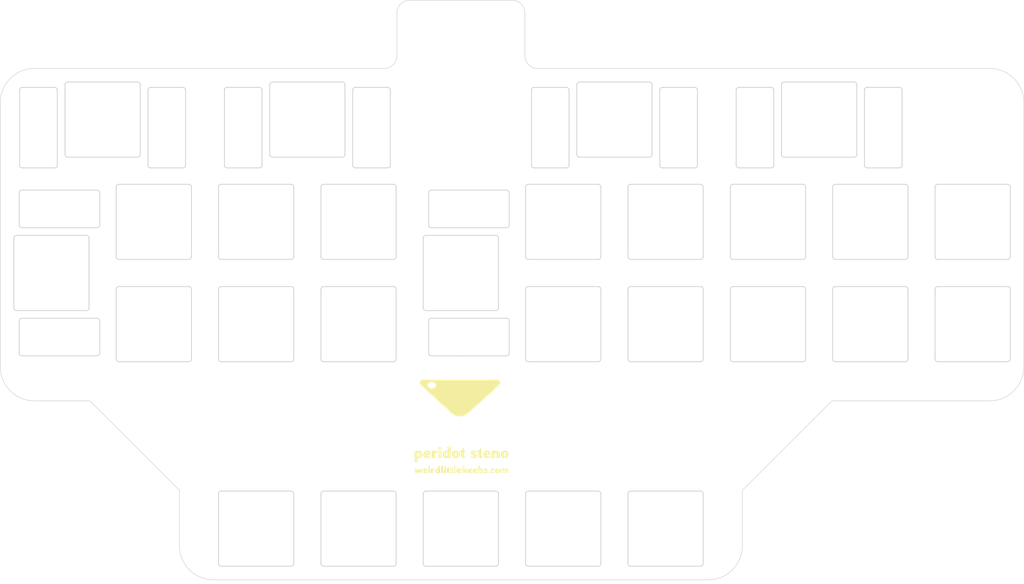
<source format=kicad_pcb>
(kicad_pcb (version 20221018) (generator pcbnew)
  (layers (0 "F.Cu" signal) (31 "B.Cu" signal) (34 "B.Paste" user) (35 "F.Paste" user) (36 "B.SilkS" user "B.Silkscreen") (37 "F.SilkS" user "F.Silkscreen") (38 "B.Mask" user) (39 "F.Mask" user) (44 "Edge.Cuts" user))
  (net 0 "")
  (footprint "MountingHole:MountingHole_2.7mm_M2.5" (layer "F.Cu") (at 95.25 44.45)
    (fp_text reference "H11")
    (fp_text value "MountingHole")
    (pad "" np_thru_hole circle (at 0 0) (size 2.7 2.7) (drill 2.7) (layers "*.Cu" "*.Mask"))
  )
  (footprint "MountingHole:MountingHole_2.7mm_M2.5" (layer "F.Cu") (at 228.6 91.44)
    (fp_text reference "H12")
    (fp_text value "MountingHole")
    (pad "" np_thru_hole circle (at 0 0) (size 2.7 2.7) (drill 2.7) (layers "*.Cu" "*.Mask"))
  )
  (footprint "MountingHole:MountingHole_2.7mm_M2.5" (layer "F.Cu") (at 190.5 44.45)
    (fp_text reference "H3")
    (fp_text value "MountingHole")
    (pad "" np_thru_hole circle (at 0 0) (size 2.7 2.7) (drill 2.7) (layers "*.Cu" "*.Mask"))
  )
  (footprint "MountingHole:MountingHole_2.7mm_M2.5" (layer "F.Cu") (at 114.3 129.54)
    (fp_text reference "H1")
    (fp_text value "MountingHole")
    (pad "" np_thru_hole circle (at 0 0) (size 2.7 2.7) (drill 2.7) (layers "*.Cu" "*.Mask"))
  )
  (footprint "FOOTPRINTS:STENO LOGO M" (layer "F.Cu") (at 142.875 104.775)
    (fp_text reference "G***")
    (fp_text value "LOGO" hide)
  )
  (footprint "MountingHole:MountingHole_2.7mm_M2.5" (layer "F.Cu") (at 80.9625 95.25)
    (fp_text reference "H2")
    (fp_text value "MountingHole")
    (pad "" np_thru_hole circle (at 0 0) (size 2.7 2.7) (drill 2.7) (layers "*.Cu" "*.Mask"))
  )
  (footprint "MountingHole:MountingHole_2.7mm_M2.5" (layer "F.Cu") (at 227.965 44.45)
    (fp_text reference "H9")
    (fp_text value "MountingHole")
    (pad "" np_thru_hole circle (at 0 0) (size 2.7 2.7) (drill 2.7) (layers "*.Cu" "*.Mask"))
  )
  (footprint "MountingHole:MountingHole_2.7mm_M2.5" (layer "F.Cu") (at 142.875 93.472)
    (fp_text reference "H6")
    (fp_text value "MountingHole")
    (pad "" np_thru_hole circle (at 0 0) (size 2.7 2.7) (drill 2.7) (layers "*.Cu" "*.Mask"))
  )
  (footprint "MountingHole:MountingHole_2.7mm_M2.5" (layer "F.Cu") (at 171.45 129.54)
    (fp_text reference "H8")
    (fp_text value "MountingHole")
    (pad "" np_thru_hole circle (at 0 0) (size 2.7 2.7) (drill 2.7) (layers "*.Cu" "*.Mask"))
  )
  (gr_line (start 193.025 60.175) (end 193.025 73.175) (stroke (width 0.15)) (layer "Edge.Cuts"))
  (gr_line (start 193.525 59.675) (end 206.525 59.675) (stroke (width 0.15)) (layer "Edge.Cuts"))
  (gr_arc (start 164.95 54.625) (mid 164.596447 54.478553) (end 164.45 54.125) (stroke (width 0.15)) (layer "Edge.Cuts"))
  (gr_arc (start 226.075 92.225) (mid 225.928553 92.578553) (end 225.575 92.725) (stroke (width 0.15)) (layer "Edge.Cuts"))
  (gr_arc (start 120.8 40.625) (mid 121.153553 40.771447) (end 121.3 41.125) (stroke (width 0.15)) (layer "Edge.Cuts"))
  (gr_line (start 73.81875 100.0125) (end 63.5 100.0125) (stroke (width 0.1)) (layer "Edge.Cuts"))
  (gr_arc (start 111.775 130.325) (mid 111.628553 130.678553) (end 111.275 130.825) (stroke (width 0.15)) (layer "Edge.Cuts"))
  (gr_arc (start 193.525 92.725) (mid 193.171447 92.578553) (end 193.025 92.225) (stroke (width 0.15)) (layer "Edge.Cuts"))
  (gr_arc (start 164.45 41.125) (mid 164.596447 40.771447) (end 164.95 40.625) (stroke (width 0.15)) (layer "Edge.Cuts"))
  (gr_line (start 105.862 42.125) (end 105.862 56.125) (stroke (width 0.15)) (layer "Edge.Cuts"))
  (gr_arc (start 67.262 41.625) (mid 67.615553 41.771447) (end 67.762 42.125) (stroke (width 0.15)) (layer "Edge.Cuts"))
  (gr_line (start 193.525 92.725) (end 206.525 92.725) (stroke (width 0.15)) (layer "Edge.Cuts"))
  (gr_arc (start 117.325 130.825) (mid 116.971447 130.678553) (end 116.825 130.325) (stroke (width 0.15)) (layer "Edge.Cuts"))
  (gr_line (start 98.862 42.125) (end 98.862 56.125) (stroke (width 0.15)) (layer "Edge.Cuts"))
  (gr_arc (start 96.8375 133.35) (mid 92.347372 131.490128) (end 90.4875 127) (stroke (width 0.1)) (layer "Edge.Cuts"))
  (gr_arc (start 105.862 56.125) (mid 105.715553 56.478553) (end 105.362 56.625) (stroke (width 0.15)) (layer "Edge.Cuts"))
  (gr_arc (start 179.888 42.125) (mid 180.034447 41.771447) (end 180.388 41.625) (stroke (width 0.15)) (layer "Edge.Cuts"))
  (gr_line (start 85.138 41.625) (end 91.138 41.625) (stroke (width 0.15)) (layer "Edge.Cuts"))
  (gr_line (start 173.975 79.225) (end 173.975 92.225) (stroke (width 0.15)) (layer "Edge.Cuts"))
  (gr_line (start 193.525 78.725) (end 206.525 78.725) (stroke (width 0.15)) (layer "Edge.Cuts"))
  (gr_arc (start 193.025 60.175) (mid 193.171447 59.821447) (end 193.525 59.675) (stroke (width 0.15)) (layer "Edge.Cuts"))
  (gr_arc (start 200.612 41.625) (mid 200.965553 41.771447) (end 201.112 42.125) (stroke (width 0.15)) (layer "Edge.Cuts"))
  (gr_line (start 241.3 100.0125) (end 211.93125 100.0125) (stroke (width 0.1)) (layer "Edge.Cuts"))
  (gr_line (start 117.325 59.675) (end 130.325 59.675) (stroke (width 0.15)) (layer "Edge.Cuts"))
  (gr_line (start 231.625 92.725) (end 244.625 92.725) (stroke (width 0.15)) (layer "Edge.Cuts"))
  (gr_line (start 187.975 79.225) (end 187.975 92.225) (stroke (width 0.15)) (layer "Edge.Cuts"))
  (gr_arc (start 82.7 40.625) (mid 83.053553 40.771447) (end 83.2 41.125) (stroke (width 0.15)) (layer "Edge.Cuts"))
  (gr_line (start 218.488 41.625) (end 224.488 41.625) (stroke (width 0.15)) (layer "Edge.Cuts"))
  (gr_line (start 179.888 42.125) (end 179.888 56.125) (stroke (width 0.15)) (layer "Edge.Cuts"))
  (gr_arc (start 85.138 56.625) (mid 84.784447 56.478553) (end 84.638 56.125) (stroke (width 0.15)) (layer "Edge.Cuts"))
  (gr_arc (start 247.65 93.6625) (mid 245.790128 98.152628) (end 241.3 100.0125) (stroke (width 0.1)) (layer "Edge.Cuts"))
  (gr_line (start 130.96875 27.78125) (end 130.96875 35.71875) (stroke (width 0.1)) (layer "Edge.Cuts"))
  (gr_line (start 173.975 117.325) (end 173.975 130.325) (stroke (width 0.15)) (layer "Edge.Cuts"))
  (gr_arc (start 98.275 73.675) (mid 97.921447 73.528553) (end 97.775 73.175) (stroke (width 0.15)) (layer "Edge.Cuts"))
  (gr_line (start 60.762 42.125) (end 60.762 56.125) (stroke (width 0.15)) (layer "Edge.Cuts"))
  (gr_arc (start 187.475 59.675) (mid 187.828553 59.821447) (end 187.975 60.175) (stroke (width 0.15)) (layer "Edge.Cuts"))
  (gr_line (start 231.125 60.175) (end 231.125 73.175) (stroke (width 0.15)) (layer "Edge.Cuts"))
  (gr_line (start 164.95 54.625) (end 177.95 54.625) (stroke (width 0.15)) (layer "Edge.Cuts"))
  (gr_arc (start 187.975 73.175) (mid 187.828553 73.528553) (end 187.475 73.675) (stroke (width 0.15)) (layer "Edge.Cuts"))
  (gr_line (start 164.95 40.625) (end 177.95 40.625) (stroke (width 0.15)) (layer "Edge.Cuts"))
  (gr_arc (start 137.375 67.762) (mid 137.021429 67.615556) (end 136.875 67.262) (stroke (width 0.15)) (layer "Edge.Cuts"))
  (gr_arc (start 212.075 79.225) (mid 212.221447 78.871447) (end 212.575 78.725) (stroke (width 0.15)) (layer "Edge.Cuts"))
  (gr_arc (start 91.638 56.125) (mid 91.491553 56.478553) (end 91.138 56.625) (stroke (width 0.15)) (layer "Edge.Cuts"))
  (gr_line (start 218.488 56.625) (end 224.488 56.625) (stroke (width 0.15)) (layer "Edge.Cuts"))
  (gr_line (start 116.825 79.225) (end 116.825 92.225) (stroke (width 0.15)) (layer "Edge.Cuts"))
  (gr_arc (start 130.96875 35.71875) (mid 130.271298 37.402548) (end 128.5875 38.1) (stroke (width 0.1)) (layer "Edge.Cuts"))
  (gr_line (start 60.175 69.2) (end 73.175 69.2) (stroke (width 0.15)) (layer "Edge.Cuts"))
  (gr_arc (start 111.275 78.725) (mid 111.628553 78.871447) (end 111.775 79.225) (stroke (width 0.15)) (layer "Edge.Cuts"))
  (gr_arc (start 123.238 56.625) (mid 122.884447 56.478553) (end 122.738 56.125) (stroke (width 0.15)) (layer "Edge.Cuts"))
  (gr_arc (start 207.025 73.175) (mid 206.878553 73.528553) (end 206.525 73.675) (stroke (width 0.15)) (layer "Edge.Cuts"))
  (gr_arc (start 226.075 73.175) (mid 225.928553 73.528553) (end 225.575 73.675) (stroke (width 0.15)) (layer "Edge.Cuts"))
  (gr_line (start 194.612 41.625) (end 200.612 41.625) (stroke (width 0.15)) (layer "Edge.Cuts"))
  (gr_line (start 201.112 42.125) (end 201.112 56.125) (stroke (width 0.15)) (layer "Edge.Cuts"))
  (gr_line (start 61.175 91.638) (end 75.175 91.638) (stroke (width 0.15)) (layer "Edge.Cuts"))
  (gr_line (start 212.075 79.225) (end 212.075 92.225) (stroke (width 0.15)) (layer "Edge.Cuts"))
  (gr_arc (start 149.875 130.325) (mid 149.728553 130.678553) (end 149.375 130.825) (stroke (width 0.15)) (layer "Edge.Cuts"))
  (gr_line (start 91.638 42.125) (end 91.638 56.125) (stroke (width 0.15)) (layer "Edge.Cuts"))
  (gr_line (start 211.93125 100.0125) (end 195.2625 116.68125) (stroke (width 0.1)) (layer "Edge.Cuts"))
  (gr_line (start 154.78125 27.78125) (end 154.78125 35.71875) (stroke (width 0.1)) (layer "Edge.Cuts"))
  (gr_line (start 123.238 56.625) (end 129.238 56.625) (stroke (width 0.15)) (layer "Edge.Cuts"))
  (gr_line (start 202.55 41.125) (end 202.55 54.125) (stroke (width 0.15)) (layer "Edge.Cuts"))
  (gr_line (start 212.575 78.725) (end 225.575 78.725) (stroke (width 0.15)) (layer "Edge.Cuts"))
  (gr_line (start 226.075 60.175) (end 226.075 73.175) (stroke (width 0.15)) (layer "Edge.Cuts"))
  (gr_line (start 92.725 60.175) (end 92.725 73.175) (stroke (width 0.15)) (layer "Edge.Cuts"))
  (gr_arc (start 156.512 56.625) (mid 156.158447 56.478553) (end 156.012 56.125) (stroke (width 0.15)) (layer "Edge.Cuts"))
  (gr_line (start 79.225 92.725) (end 92.225 92.725) (stroke (width 0.15)) (layer "Edge.Cuts"))
  (gr_line (start 129.738 42.125) (end 129.738 56.125) (stroke (width 0.15)) (layer "Edge.Cuts"))
  (gr_arc (start 225.575 59.675) (mid 225.928553 59.821447) (end 226.075 60.175) (stroke (width 0.15)) (layer "Edge.Cuts"))
  (gr_arc (start 92.225 78.725) (mid 92.578553 78.871447) (end 92.725 79.225) (stroke (width 0.15)) (layer "Edge.Cuts"))
  (gr_line (start 130.825 60.175) (end 130.825 73.175) (stroke (width 0.15)) (layer "Edge.Cuts"))
  (gr_line (start 155.425 92.725) (end 168.425 92.725) (stroke (width 0.15)) (layer "Edge.Cuts"))
  (gr_line (start 203.05 54.625) (end 216.05 54.625) (stroke (width 0.15)) (layer "Edge.Cuts"))
  (gr_line (start 98.275 73.675) (end 111.275 73.675) (stroke (width 0.15)) (layer "Edge.Cuts"))
  (gr_line (start 187.975 117.325) (end 187.975 130.325) (stroke (width 0.15)) (layer "Edge.Cuts"))
  (gr_line (start 128.5875 38.1) (end 63.5 38.1) (stroke (width 0.1)) (layer "Edge.Cuts"))
  (gr_arc (start 130.325 78.725) (mid 130.678553 78.871447) (end 130.825 79.225) (stroke (width 0.15)) (layer "Edge.Cuts"))
  (gr_arc (start 60.175 83.2) (mid 59.821429 83.053556) (end 59.675 82.7) (stroke (width 0.15)) (layer "Edge.Cuts"))
  (gr_arc (start 151.875 91.138) (mid 151.728536 91.491521) (end 151.375 91.638) (stroke (width 0.15)) (layer "Edge.Cuts"))
  (gr_arc (start 207.025 92.225) (mid 206.878553 92.578553) (end 206.525 92.725) (stroke (width 0.15)) (layer "Edge.Cuts"))
  (gr_arc (start 98.275 130.825) (mid 97.921447 130.678553) (end 97.775 130.325) (stroke (width 0.15)) (layer "Edge.Cuts"))
  (gr_line (start 217.988 42.125) (end 217.988 56.125) (stroke (width 0.15)) (layer "Edge.Cuts"))
  (gr_arc (start 212.075 60.175) (mid 212.221447 59.821447) (end 212.575 59.675) (stroke (width 0.15)) (layer "Edge.Cuts"))
  (gr_arc (start 117.325 73.675) (mid 116.971447 73.528553) (end 116.825 73.175) (stroke (width 0.15)) (layer "Edge.Cuts"))
  (gr_line (start 231.125 79.225) (end 231.125 92.225) (stroke (width 0.15)) (layer "Edge.Cuts"))
  (gr_line (start 59.675 82.7) (end 59.675 69.7) (stroke (width 0.15)) (layer "Edge.Cuts"))
  (gr_line (start 193.025 79.225) (end 193.025 92.225) (stroke (width 0.15)) (layer "Edge.Cuts"))
  (gr_arc (start 130.825 92.225) (mid 130.678553 92.578553) (end 130.325 92.725) (stroke (width 0.15)) (layer "Edge.Cuts"))
  (gr_arc (start 111.775 92.225) (mid 111.628553 92.578553) (end 111.275 92.725) (stroke (width 0.15)) (layer "Edge.Cuts"))
  (gr_arc (start 157.1625 38.1) (mid 155.478702 37.402548) (end 154.78125 35.71875) (stroke (width 0.1)) (layer "Edge.Cuts"))
  (gr_line (start 216.55 41.125) (end 216.55 54.125) (stroke (width 0.15)) (layer "Edge.Cuts"))
  (gr_line (start 122.738 42.125) (end 122.738 56.125) (stroke (width 0.15)) (layer "Edge.Cuts"))
  (gr_arc (start 206.525 59.675) (mid 206.878553 59.821447) (end 207.025 60.175) (stroke (width 0.15)) (layer "Edge.Cuts"))
  (gr_arc (start 60.675 85.138) (mid 60.821464 84.784479) (end 61.175 84.638) (stroke (width 0.15)) (layer "Edge.Cuts"))
  (gr_line (start 174.475 92.725) (end 187.475 92.725) (stroke (width 0.15)) (layer "Edge.Cuts"))
  (gr_line (start 156.012 42.125) (end 156.012 56.125) (stroke (width 0.15)) (layer "Edge.Cuts"))
  (gr_arc (start 163.012 56.125) (mid 162.865553 56.478553) (end 162.512 56.625) (stroke (width 0.15)) (layer "Edge.Cuts"))
  (gr_arc (start 116.825 117.325) (mid 116.971447 116.971447) (end 117.325 116.825) (stroke (width 0.15)) (layer "Edge.Cuts"))
  (gr_line (start 99.362 56.625) (end 105.362 56.625) (stroke (width 0.15)) (layer "Edge.Cuts"))
  (gr_line (start 123.238 41.625) (end 129.238 41.625) (stroke (width 0.15)) (layer "Edge.Cuts"))
  (gr_line (start 226.075 79.225) (end 226.075 92.225) (stroke (width 0.15)) (layer "Edge.Cuts"))
  (gr_arc (start 194.612 56.625) (mid 194.258447 56.478553) (end 194.112 56.125) (stroke (width 0.15)) (layer "Edge.Cuts"))
  (gr_arc (start 137.375 91.638) (mid 137.021429 91.491556) (end 136.875 91.138) (stroke (width 0.15)) (layer "Edge.Cuts"))
  (gr_arc (start 69.7 54.625) (mid 69.346447 54.478553) (end 69.2 54.125) (stroke (width 0.15)) (layer "Edge.Cuts"))
  (gr_arc (start 61.175 91.638) (mid 60.821429 91.491556) (end 60.675 91.138) (stroke (width 0.15)) (layer "Edge.Cuts"))
  (gr_line (start 116.825 60.175) (end 116.825 73.175) (stroke (width 0.15)) (layer "Edge.Cuts"))
  (gr_line (start 245.125 79.225) (end 245.125 92.225) (stroke (width 0.15)) (layer "Edge.Cuts"))
  (gr_line (start 111.775 117.325) (end 111.775 130.325) (stroke (width 0.15)) (layer "Edge.Cuts"))
  (gr_arc (start 91.138 41.625) (mid 91.491553 41.771447) (end 91.638 42.125) (stroke (width 0.15)) (layer "Edge.Cuts"))
  (gr_arc (start 217.988 42.125) (mid 218.134447 41.771447) (end 218.488 41.625) (stroke (width 0.15)) (layer "Edge.Cuts"))
  (gr_arc (start 105.362 41.625) (mid 105.715553 41.771447) (end 105.862 42.125) (stroke (width 0.15)) (layer "Edge.Cuts"))
  (gr_line (start 187.975 60.175) (end 187.975 73.175) (stroke (width 0.15)) (layer "Edge.Cuts"))
  (gr_arc (start 231.125 79.225) (mid 231.271447 78.871447) (end 231.625 78.725) (stroke (width 0.15)) (layer "Edge.Cuts"))
  (gr_arc (start 59.675 69.7) (mid 59.821464 69.346479) (end 60.175 69.2) (stroke (width 0.15)) (layer "Edge.Cuts"))
  (gr_line (start 136.875 91.138) (end 136.875 85.138) (stroke (width 0.15)) (layer "Edge.Cuts"))
  (gr_arc (start 135.875 69.7) (mid 136.021464 69.346479) (end 136.375 69.2) (stroke (width 0.15)) (layer "Edge.Cuts"))
  (gr_line (start 121.3 41.125) (end 121.3 54.125) (stroke (width 0.15)) (layer "Edge.Cuts"))
  (gr_arc (start 154.925 79.225) (mid 155.071447 78.871447) (end 155.425 78.725) (stroke (width 0.15)) (layer "Edge.Cuts"))
  (gr_line (start 224.988 42.125) (end 224.988 56.125) (stroke (width 0.15)) (layer "Edge.Cuts"))
  (gr_arc (start 155.425 92.725) (mid 155.071447 92.578553) (end 154.925 92.225) (stroke (width 0.15)) (layer "Edge.Cuts"))
  (gr_line (start 116.825 117.325) (end 116.825 130.325) (stroke (width 0.15)) (layer "Edge.Cuts"))
  (gr_line (start 78.725 60.175) (end 78.725 73.175) (stroke (width 0.15)) (layer "Edge.Cuts"))
  (gr_arc (start 121.3 54.125) (mid 121.153553 54.478553) (end 120.8 54.625) (stroke (width 0.15)) (layer "Edge.Cuts"))
  (gr_arc (start 97.775 117.325) (mid 97.921447 116.971447) (end 98.275 116.825) (stroke (width 0.15)) (layer "Edge.Cuts"))
  (gr_arc (start 75.175 60.762) (mid 75.528571 60.908444) (end 75.675 61.262) (stroke (width 0.15)) (layer "Edge.Cuts"))
  (gr_line (start 136.375 116.825) (end 149.375 116.825) (stroke (width 0.15)) (layer "Edge.Cuts"))
  (gr_line (start 151.875 91.138) (end 151.875 85.138) (stroke (width 0.15)) (layer "Edge.Cuts"))
  (gr_line (start 69.7 40.625) (end 82.7 40.625) (stroke (width 0.15)) (layer "Edge.Cuts"))
  (gr_line (start 193.525 73.675) (end 206.525 73.675) (stroke (width 0.15)) (layer "Edge.Cuts"))
  (gr_arc (start 180.388 56.625) (mid 180.034447 56.478553) (end 179.888 56.125) (stroke (width 0.15)) (layer "Edge.Cuts"))
  (gr_line (start 155.425 116.825) (end 168.425 116.825) (stroke (width 0.15)) (layer "Edge.Cuts"))
  (gr_line (start 155.425 59.675) (end 168.425 59.675) (stroke (width 0.15)) (layer "Edge.Cuts"))
  (gr_line (start 61.262 56.625) (end 67.262 56.625) (stroke (width 0.15)) (layer "Edge.Cuts"))
  (gr_line (start 133.35 25.4) (end 152.4 25.4) (stroke (width 0.1)) (layer "Edge.Cuts"))
  (gr_arc (start 61.175 67.762) (mid 60.821429 67.615556) (end 60.675 67.262) (stroke (width 0.15)) (layer "Edge.Cuts"))
  (gr_arc (start 187.475 116.825) (mid 187.828553 116.971447) (end 187.975 117.325) (stroke (width 0.15)) (layer "Edge.Cuts"))
  (gr_arc (start 231.625 92.725) (mid 231.271447 92.578553) (end 231.125 92.225) (stroke (width 0.15)) (layer "Edge.Cuts"))
  (gr_arc (start 122.738 42.125) (mid 122.884447 41.771447) (end 123.238 41.625) (stroke (width 0.15)) (layer "Edge.Cuts"))
  (gr_line (start 92.725 79.225) (end 92.725 92.225) (stroke (width 0.15)) (layer "Edge.Cuts"))
  (gr_line (start 85.138 56.625) (end 91.138 56.625) (stroke (width 0.15)) (layer "Edge.Cuts"))
  (gr_line (start 79.225 78.725) (end 92.225 78.725) (stroke (width 0.15)) (layer "Edge.Cuts"))
  (gr_arc (start 194.112 42.125) (mid 194.258447 41.771447) (end 194.612 41.625) (stroke (width 0.15)) (layer "Edge.Cuts"))
  (gr_line (start 75.675 67.262) (end 75.675 61.262) (stroke (width 0.15)) (layer "Edge.Cuts"))
  (gr_arc (start 224.488 41.625) (mid 224.841553 41.771447) (end 224.988 42.125) (stroke (width 0.15)) (layer "Edge.Cuts"))
  (gr_line (start 154.925 117.325) (end 154.925 130.325) (stroke (width 0.15)) (layer "Edge.Cuts"))
  (gr_arc (start 187.475 78.725) (mid 187.828553 78.871447) (end 187.975 79.225) (stroke (width 0.15)) (layer "Edge.Cuts"))
  (gr_line (start 174.475 130.825) (end 187.475 130.825) (stroke (width 0.15)) (layer "Edge.Cuts"))
  (gr_line (start 130.825 79.225) (end 130.825 92.225) (stroke (width 0.15)) (layer "Edge.Cuts"))
  (gr_arc (start 206.525 78.725) (mid 206.878553 78.871447) (end 207.025 79.225) (stroke (width 0.15)) (layer "Edge.Cuts"))
  (gr_arc (start 187.975 92.225) (mid 187.828553 92.578553) (end 187.475 92.725) (stroke (width 0.15)) (layer "Edge.Cuts"))
  (gr_arc (start 136.875 85.138) (mid 137.021464 84.784479) (end 137.375 84.638) (stroke (width 0.15)) (layer "Edge.Cuts"))
  (gr_arc (start 174.475 130.825) (mid 174.121447 130.678553) (end 173.975 130.325) (stroke (width 0.15)) (layer "Edge.Cuts"))
  (gr_line (start 212.575 59.675) (end 225.575 59.675) (stroke (width 0.15)) (layer "Edge.Cuts"))
  (gr_line (start 97.775 117.325) (end 97.775 130.325) (stroke (width 0.15)) (layer "Edge.Cuts"))
  (gr_arc (start 173.975 117.325) (mid 174.121447 116.971447) (end 174.475 116.825) (stroke (width 0.15)) (layer "Edge.Cuts"))
  (gr_arc (start 83.2 54.125) (mid 83.053553 54.478553) (end 82.7 54.625) (stroke (width 0.15)) (layer "Edge.Cuts"))
  (gr_line (start 99.362 41.625) (end 105.362 41.625) (stroke (width 0.15)) (layer "Edge.Cuts"))
  (gr_arc (start 149.375 116.825) (mid 149.728553 116.971447) (end 149.875 117.325) (stroke (width 0.15)) (layer "Edge.Cuts"))
  (gr_line (start 212.575 73.675) (end 225.575 73.675) (stroke (width 0.15)) (layer "Edge.Cuts"))
  (gr_arc (start 60.762 42.125) (mid 60.908447 41.771447) (end 61.262 41.625) (stroke (width 0.15)) (layer "Edge.Cuts"))
  (gr_arc (start 79.225 92.725) (mid 78.871447 92.578553) (end 78.725 92.225) (stroke (width 0.15)) (layer "Edge.Cuts"))
  (gr_line (start 117.325 92.725) (end 130.325 92.725) (stroke (width 0.15)) (layer "Edge.Cuts"))
  (gr_line (start 111.775 60.175) (end 111.775 73.175) (stroke (width 0.15)) (layer "Edge.Cuts"))
  (gr_line (start 178.45 41.125) (end 178.45 54.125) (stroke (width 0.15)) (layer "Edge.Cuts"))
  (gr_arc (start 107.3 41.125) (mid 107.446447 40.771447) (end 107.8 40.625) (stroke (width 0.15)) (layer "Edge.Cuts"))
  (gr_line (start 136.375 130.825) (end 149.375 130.825) (stroke (width 0.15)) (layer "Edge.Cuts"))
  (gr_line (start 173.975 60.175) (end 173.975 73.175) (stroke (width 0.15)) (layer "Edge.Cuts"))
  (gr_arc (start 155.425 130.825) (mid 155.071447 130.678553) (end 154.925 130.325) (stroke (width 0.15)) (layer "Edge.Cuts"))
  (gr_line (start 194.612 56.625) (end 200.612 56.625) (stroke (width 0.15)) (layer "Edge.Cuts"))
  (gr_arc (start 98.275 92.725) (mid 97.921447 92.578553) (end 97.775 92.225) (stroke (width 0.15)) (layer "Edge.Cuts"))
  (gr_line (start 168.925 60.175) (end 168.925 73.175) (stroke (width 0.15)) (layer "Edge.Cuts"))
  (gr_arc (start 63.5 100.0125) (mid 59.009872 98.152628) (end 57.15 93.6625) (stroke (width 0.1)) (layer "Edge.Cuts"))
  (gr_line (start 247.65 44.45) (end 247.65 93.6625) (stroke (width 0.1)) (layer "Edge.Cuts"))
  (gr_arc (start 168.425 59.675) (mid 168.778553 59.821447) (end 168.925 60.175) (stroke (width 0.15)) (layer "Edge.Cuts"))
  (gr_line (start 107.3 41.125) (end 107.3 54.125) (stroke (width 0.15)) (layer "Edge.Cuts"))
  (gr_arc (start 79.225 73.675) (mid 78.871447 73.528553) (end 78.725 73.175) (stroke (width 0.15)) (layer "Edge.Cuts"))
  (gr_arc (start 130.96875 27.78125) (mid 131.66622 26.097484) (end 133.35 25.4) (stroke (width 0.1)) (layer "Edge.Cuts"))
  (gr_line (start 186.888 42.125) (end 186.888 56.125) (stroke (width 0.15)) (layer "Edge.Cuts"))
  (gr_arc (start 75.175 84.638) (mid 75.528571 84.784444) (end 75.675 85.138) (stroke (width 0.15)) (layer "Edge.Cuts"))
  (gr_line (start 130.825 117.325) (end 130.825 130.325) (stroke (width 0.15)) (layer "Edge.Cuts"))
  (gr_arc (start 78.725 79.225) (mid 78.871447 78.871447) (end 79.225 78.725) (stroke (width 0.15)) (layer "Edge.Cuts"))
  (gr_line (start 57.15 93.6625) (end 57.15 44.45) (stroke (width 0.1)) (layer "Edge.Cuts"))
  (gr_arc (start 60.675 61.262) (mid 60.821464 60.908479) (end 61.175 60.762) (stroke (width 0.15)) (layer "Edge.Cuts"))
  (gr_line (start 79.225 59.675) (end 92.225 59.675) (stroke (width 0.15)) (layer "Edge.Cuts"))
  (gr_line (start 168.925 79.225) (end 168.925 92.225) (stroke (width 0.15)) (layer "Edge.Cuts"))
  (gr_arc (start 168.425 116.825) (mid 168.778553 116.971447) (end 168.925 117.325) (stroke (width 0.15)) (layer "Edge.Cuts"))
  (gr_line (start 149.875 82.7) (end 149.875 69.7) (stroke (width 0.15)) (layer "Edge.Cuts"))
  (gr_line (start 107.8 54.625) (end 120.8 54.625) (stroke (width 0.15)) (layer "Edge.Cuts"))
  (gr_line (start 61.175 67.762) (end 75.175 67.762) (stroke (width 0.15)) (layer "Edge.Cuts"))
  (gr_arc (start 231.125 60.175) (mid 231.271447 59.821447) (end 231.625 59.675) (stroke (width 0.15)) (layer "Edge.Cuts"))
  (gr_arc (start 136.375 83.2) (mid 136.021429 83.053556) (end 135.875 82.7) (stroke (width 0.15)) (layer "Edge.Cuts"))
  (gr_arc (start 117.325 92.725) (mid 116.971447 92.578553) (end 116.825 92.225) (stroke (width 0.15)) (layer "Edge.Cuts"))
  (gr_line (start 111.775 79.225) (end 111.775 92.225) (stroke (width 0.15)) (layer "Edge.Cuts"))
  (gr_arc (start 156.012 42.125) (mid 156.158447 41.771447) (end 156.512 41.625) (stroke (width 0.15)) (layer "Edge.Cuts"))
  (gr_line (start 136.875 67.262) (end 136.875 61.262) (stroke (width 0.15)) (layer "Edge.Cuts"))
  (gr_line (start 117.325 78.725) (end 130.325 78.725) (stroke (width 0.15)) (layer "Edge.Cuts"))
  (gr_line (start 73.675 82.7) (end 73.675 69.7) (stroke (width 0.15)) (layer "Edge.Cuts"))
  (gr_line (start 137.375 67.762) (end 151.375 67.762) (stroke (width 0.15)) (layer "Edge.Cuts"))
  (gr_line (start 168.925 117.325) (end 168.925 130.325) (stroke (width 0.15)) (layer "Edge.Cuts"))
  (gr_line (start 60.675 91.138) (end 60.675 85.138) (stroke (width 0.15)) (layer "Edge.Cuts"))
  (gr_arc (start 107.8 54.625) (mid 107.446447 54.478553) (end 107.3 54.125) (stroke (width 0.15)) (layer "Edge.Cuts"))
  (gr_arc (start 97.775 60.175) (mid 97.921447 59.821447) (end 98.275 59.675) (stroke (width 0.15)) (layer "Edge.Cuts"))
  (gr_line (start 155.425 78.725) (end 168.425 78.725) (stroke (width 0.15)) (layer "Edge.Cuts"))
  (gr_arc (start 241.3 38.1) (mid 245.790128 39.959872) (end 247.65 44.45) (stroke (width 0.1)) (layer "Edge.Cuts"))
  (gr_arc (start 178.45 54.125) (mid 178.303553 54.478553) (end 177.95 54.625) (stroke (width 0.15)) (layer "Edge.Cuts"))
  (gr_arc (start 218.488 56.625) (mid 218.134447 56.478553) (end 217.988 56.125) (stroke (width 0.15)) (layer "Edge.Cuts"))
  (gr_arc (start 75.675 67.262) (mid 75.528536 67.615521) (end 75.175 67.762) (stroke (width 0.15)) (layer "Edge.Cuts"))
  (gr_line (start 231.625 59.675) (end 244.625 59.675) (stroke (width 0.15)) (layer "Edge.Cuts"))
  (gr_line (start 174.475 116.825) (end 187.475 116.825) (stroke (width 0.15)) (layer "Edge.Cuts"))
  (gr_line (start 157.1625 38.1) (end 241.3 38.1) (stroke (width 0.1)) (layer "Edge.Cuts"))
  (gr_line (start 245.125 60.175) (end 245.125 73.175) (stroke (width 0.15)) (layer "Edge.Cuts"))
  (gr_line (start 98.275 130.825) (end 111.275 130.825) (stroke (width 0.15)) (layer "Edge.Cuts"))
  (gr_arc (start 130.825 73.175) (mid 130.678553 73.528553) (end 130.325 73.675) (stroke (width 0.15)) (layer "Edge.Cuts"))
  (gr_line (start 135.875 82.7) (end 135.875 69.7) (stroke (width 0.15)) (layer "Edge.Cuts"))
  (gr_arc (start 193.525 73.675) (mid 193.171447 73.528553) (end 193.025 73.175) (stroke (width 0.15)) (layer "Edge.Cuts"))
  (gr_arc (start 193.025 79.225) (mid 193.171447 78.871447) (end 193.525 78.725) (stroke (width 0.15)) (layer "Edge.Cuts"))
  (gr_line (start 117.325 73.675) (end 130.325 73.675) (stroke (width 0.15)) (layer "Edge.Cuts"))
  (gr_arc (start 116.825 60.175) (mid 116.971447 59.821447) (end 117.325 59.675) (stroke (width 0.15)) (layer "Edge.Cuts"))
  (gr_line (start 155.425 73.675) (end 168.425 73.675) (stroke (width 0.15)) (layer "Edge.Cuts"))
  (gr_arc (start 174.475 73.675) (mid 174.121447 73.528553) (end 173.975 73.175) (stroke (width 0.15)) (layer "Edge.Cuts"))
  (gr_arc (start 245.125 73.175) (mid 244.978553 73.528553) (end 244.625 73.675) (stroke (width 0.15)) (layer "Edge.Cuts"))
  (gr_arc (start 149.375 69.2) (mid 149.728571 69.346444) (end 149.875 69.7) (stroke (width 0.15)) (layer "Edge.Cuts"))
  (gr_line (start 212.075 60.175) (end 212.075 73.175) (stroke (width 0.15)) (layer "Edge.Cuts"))
  (gr_arc (start 136.375 130.825) (mid 136.021447 130.678553) (end 135.875 130.325) (stroke (width 0.15)) (layer "Edge.Cuts"))
  (gr_line (start 164.45 41.125) (end 164.45 54.125) (stroke (width 0.15)) (layer "Edge.Cuts"))
  (gr_line (start 149.875 117.325) (end 149.875 130.325) (stroke (width 0.15)) (layer "Edge.Cuts"))
  (gr_line (start 90.4875 116.68125) (end 90.4875 127) (stroke (width 0.1)) (layer "Edge.Cuts"))
  (gr_arc (start 152.4 25.4) (mid 154.083816 26.097449) (end 154.78125 27.78125) (stroke (width 0.1)) (layer "Edge.Cuts"))
  (gr_line (start 195.2625 127) (end 195.2625 116.68125) (stroke (width 0.1)) (layer "Edge.Cuts"))
  (gr_arc (start 111.775 73.175) (mid 111.628553 73.528553) (end 111.275 73.675) (stroke (width 0.15)) (layer "Edge.Cuts"))
  (gr_line (start 231.625 73.675) (end 244.625 73.675) (stroke (width 0.15)) (layer "Edge.Cuts"))
  (gr_line (start 60.175 83.2) (end 73.175 83.2) (stroke (width 0.15)) (layer "Edge.Cuts"))
  (gr_line (start 136.375 69.2) (end 149.375 69.2) (stroke (width 0.15)) (layer "Edge.Cuts"))
  (gr_line (start 174.475 78.725) (end 187.475 78.725) (stroke (width 0.15)) (layer "Edge.Cuts"))
  (gr_arc (start 69.2 41.125) (mid 69.346447 40.771447) (end 69.7 40.625) (stroke (width 0.15)) (layer "Edge.Cuts"))
  (gr_arc (start 186.388 41.625) (mid 186.741553 41.771447) (end 186.888 42.125) (stroke (width 0.15)) (layer "Edge.Cuts"))
  (gr_line (start 78.725 79.225) (end 78.725 92.225) (stroke (width 0.15)) (layer "Edge.Cuts"))
  (gr_line (start 98.275 116.825) (end 111.275 116.825) (stroke (width 0.15)) (layer "Edge.Cuts"))
  (gr_arc (start 130.325 59.675) (mid 130.678553 59.821447) (end 130.825 60.175) (stroke (width 0.15)) (layer "Edge.Cuts"))
  (gr_line (start 180.388 41.625) (end 186.388 41.625) (stroke (width 0.15)) (layer "Edge.Cuts"))
  (gr_line (start 73.81875 100.0125) (end 90.4875 116.68125) (stroke (width 0.1)) (layer "Edge.Cuts"))
  (gr_line (start 231.625 78.725) (end 244.625 78.725) (stroke (width 0.15)) (layer "Edge.Cuts"))
  (gr_line (start 98.275 78.725) (end 111.275 78.725) (stroke (width 0.15)) (layer "Edge.Cuts"))
  (gr_arc (start 168.925 130.325) (mid 168.778553 130.678553) (end 168.425 130.825) (stroke (width 0.15)) (layer "Edge.Cuts"))
  (gr_arc (start 203.05 54.625) (mid 202.696447 54.478553) (end 202.55 54.125) (stroke (width 0.15)) (layer "Edge.Cuts"))
  (gr_arc (start 162.512 41.625) (mid 162.865553 41.771447) (end 163.012 42.125) (stroke (width 0.15)) (layer "Edge.Cuts"))
  (gr_line (start 212.575 92.725) (end 225.575 92.725) (stroke (width 0.15)) (layer "Edge.Cuts"))
  (gr_arc (start 174.475 92.725) (mid 174.121447 92.578553) (end 173.975 92.225) (stroke (width 0.15)) (layer "Edge.Cuts"))
  (gr_line (start 137.375 91.638) (end 151.375 91.638) (stroke (width 0.15)) (layer "Edge.Cuts"))
  (gr_line (start 137.375 84.638) (end 151.375 84.638) (stroke (width 0.15)) (layer "Edge.Cuts"))
  (gr_arc (start 78.725 60.175) (mid 78.871447 59.821447) (end 79.225 59.675) (stroke (width 0.15)) (layer "Edge.Cuts"))
  (gr_arc (start 151.875 67.262) (mid 151.728536 67.615521) (end 151.375 67.762) (stroke (width 0.15)) (layer "Edge.Cuts"))
  (gr_arc (start 244.625 59.675) (mid 244.978553 59.821447) (end 245.125 60.175) (stroke (width 0.15)) (layer "Edge.Cuts"))
  (gr_arc (start 111.275 59.675) (mid 111.628553 59.821447) (end 111.775 60.175) (stroke (width 0.15)) (layer "Edge.Cuts"))
  (gr_line (start 117.325 130.825) (end 130.325 130.825) (stroke (width 0.15)) (layer "Edge.Cuts"))
  (gr_line (start 61.262 41.625) (end 67.262 41.625) (stroke (width 0.15)) (layer "Edge.Cuts"))
  (gr_line (start 107.8 40.625) (end 120.8 40.625) (stroke (width 0.15)) (layer "Edge.Cuts"))
  (gr_line (start 69.7 54.625) (end 82.7 54.625) (stroke (width 0.15)) (layer "Edge.Cuts"))
  (gr_arc (start 177.95 40.625) (mid 178.303553 40.771447) (end 178.45 41.125) (stroke (width 0.15)) (layer "Edge.Cuts"))
  (gr_line (start 83.2 41.125) (end 83.2 54.125) (stroke (width 0.15)) (layer "Edge.Cuts"))
  (gr_arc (start 245.125 92.225) (mid 244.978553 92.578553) (end 244.625 92.725) (stroke (width 0.15)) (layer "Edge.Cuts"))
  (gr_line (start 67.762 42.125) (end 67.762 56.125) (stroke (width 0.15)) (layer "Edge.Cuts"))
  (gr_arc (start 136.875 61.262) (mid 137.021464 60.908479) (end 137.375 60.762) (stroke (width 0.15)) (layer "Edge.Cuts"))
  (gr_arc (start 129.238 41.625) (mid 129.591553 41.771447) (end 129.738 42.125) (stroke (width 0.15)) (layer "Edge.Cuts"))
  (gr_line (start 117.325 116.825) (end 130.325 116.825) (stroke (width 0.15)) (layer "Edge.Cuts"))
  (gr_arc (start 212.575 73.675) (mid 212.221447 73.528553) (end 212.075 73.175) (stroke (width 0.15)) (layer "Edge.Cuts"))
  (gr_line (start 174.475 73.675) (end 187.475 73.675) (stroke (width 0.15)) (layer "Edge.Cuts"))
  (gr_arc (start 168.425 78.725) (mid 168.778553 78.871447) (end 168.925 79.225) (stroke (width 0.15)) (layer "Edge.Cuts"))
  (gr_line (start 79.225 73.675) (end 92.225 73.675) (stroke (width 0.15)) (layer "Edge.Cuts"))
  (gr_line (start 135.875 117.325) (end 135.875 130.325) (stroke (width 0.15)) (layer "Edge.Cuts"))
  (gr_arc (start 173.975 60.175) (mid 174.121447 59.821447) (end 174.475 59.675) (stroke (width 0.15)) (layer "Edge.Cuts"))
  (gr_arc (start 151.375 60.762) (mid 151.728571 60.908444) (end 151.875 61.262) (stroke (width 0.15)) (layer "Edge.Cuts"))
  (gr_arc (start 187.975 130.325) (mid 187.828553 130.678553) (end 187.475 130.825) (stroke (width 0.15)) (layer "Edge.Cuts"))
  (gr_arc (start 92.225 59.675) (mid 92.578553 59.821447) (end 92.725 60.175) (stroke (width 0.15)) (layer "Edge.Cuts"))
  (gr_line (start 151.875 67.262) (end 151.875 61.262) (stroke (width 0.15)) (layer "Edge.Cuts"))
  (gr_line (start 137.375 60.762) (end 151.375 60.762) (stroke (width 0.15)) (layer "Edge.Cuts"))
  (gr_arc (start 195.2625 127) (mid 193.402628 131.490128) (end 188.9125 133.35) (stroke (width 0.1)) (layer "Edge.Cuts"))
  (gr_line (start 69.2 41.125) (end 69.2 54.125) (stroke (width 0.15)) (layer "Edge.Cuts"))
  (gr_line (start 174.475 59.675) (end 187.475 59.675) (stroke (width 0.15)) (layer "Edge.Cuts"))
  (gr_arc (start 186.888 56.125) (mid 186.741553 56.478553) (end 186.388 56.625) (stroke (width 0.15)) (layer "Edge.Cuts"))
  (gr_arc (start 135.875 117.325) (mid 136.021447 116.971447) (end 136.375 116.825) (stroke (width 0.15)) (layer "Edge.Cuts"))
  (gr_arc (start 231.625 73.675) (mid 231.271447 73.528553) (end 231.125 73.175) (stroke (width 0.15)) (layer "Edge.Cuts"))
  (gr_line (start 156.512 56.625) (end 162.512 56.625) (stroke (width 0.15)) (layer "Edge.Cuts"))
  (gr_line (start 75.675 91.138) (end 75.675 85.138) (stroke (width 0.15)) (layer "Edge.Cuts"))
  (gr_line (start 154.925 79.225) (end 154.925 92.225) (stroke (width 0.15)) (layer "Edge.Cuts"))
  (gr_arc (start 154.925 117.325) (mid 155.071447 116.971447) (end 155.425 116.825) (stroke (width 0.15)) (layer "Edge.Cuts"))
  (gr_arc (start 130.325 116.825) (mid 130.678553 116.971447) (end 130.825 117.325) (stroke (width 0.15)) (layer "Edge.Cuts"))
  (gr_line (start 96.8375 133.35) (end 188.9125 133.35) (stroke (width 0.1)) (layer "Edge.Cuts"))
  (gr_line (start 61.175 60.762) (end 75.175 60.762) (stroke (width 0.15)) (layer "Edge.Cuts"))
  (gr_arc (start 98.862 42.125) (mid 99.008447 41.771447) (end 99.362 41.625) (stroke (width 0.15)) (layer "Edge.Cuts"))
  (gr_arc (start 244.625 78.725) (mid 244.978553 78.871447) (end 245.125 79.225) (stroke (width 0.15)) (layer "Edge.Cuts"))
  (gr_arc (start 111.275 116.825) (mid 111.628553 116.971447) (end 111.775 117.325) (stroke (width 0.15)) (layer "Edge.Cuts"))
  (gr_arc (start 149.875 82.7) (mid 149.728536 83.053521) (end 149.375 83.2) (stroke (width 0.15)) (layer "Edge.Cuts"))
  (gr_arc (start 201.112 56.125) (mid 200.965553 56.478553) (end 200.612 56.625) (stroke (width 0.15)) (layer "Edge.Cuts"))
  (gr_line (start 207.025 79.225) (end 207.025 92.225) (stroke (width 0.15)) (layer "Edge.Cuts"))
  (gr_arc (start 73.675 82.7) (mid 73.528536 83.053521) (end 73.175 83.2) (stroke (width 0.15)) (layer "Edge.Cuts"))
  (gr_line (start 97.775 79.225) (end 97.775 92.225) (stroke (width 0.15)) (layer "Edge.Cuts"))
  (gr_arc (start 168.925 73.175) (mid 168.778553 73.528553) (end 168.425 73.675) (stroke (width 0.15)) (layer "Edge.Cuts"))
  (gr_line (start 60.675 67.262) (end 60.675 61.262) (stroke (width 0.15)) (layer "Edge.Cuts"))
  (gr_arc (start 173.975 79.225) (mid 174.121447 78.871447) (end 174.475 78.725) (stroke (width 0.15)) (layer "Edge.Cuts"))
  (gr_line (start 203.05 40.625) (end 216.05 40.625) (stroke (width 0.15)) (layer "Edge.Cuts"))
  (gr_arc (start 216.05 40.625) (mid 216.403553 40.771447) (end 216.55 41.125) (stroke (width 0.15)) (layer "Edge.Cuts"))
  (gr_arc (start 116.825 79.225) (mid 116.971447 78.871447) (end 117.325 78.725) (stroke (width 0.15)) (layer "Edge.Cuts"))
  (gr_arc (start 212.575 92.725) (mid 212.221447 92.578553) (end 212.075 92.225) (stroke (width 0.15)) (layer "Edge.Cuts"))
  (gr_line (start 61.175 84.638) (end 75.175 84.638) (stroke (width 0.15)) (layer "Edge.Cuts"))
  (gr_arc (start 84.638 42.125) (mid 84.784447 41.771447) (end 85.138 41.625) (stroke (width 0.15)) (layer "Edge.Cuts"))
  (gr_arc (start 216.55 54.125) (mid 216.403553 54.478553) (end 216.05 54.625) (stroke (width 0.15)) (layer "Edge.Cuts"))
  (gr_arc (start 155.425 73.675) (mid 155.071447 73.528553) (end 154.925 73.175) (stroke (width 0.15)) (layer "Edge.Cuts"))
  (gr_line (start 155.425 130.825) (end 168.425 130.825) (stroke (width 0.15)) (layer "Edge.Cuts"))
  (gr_arc (start 202.55 41.125) (mid 202.696447 40.771447) (end 203.05 40.625) (stroke (width 0.15)) (layer "Edge.Cuts"))
  (gr_line (start 97.775 60.175) (end 97.775 73.175) (stroke (width 0.15)) (layer "Edge.Cuts"))
  (gr_arc (start 168.925 92.225) (mid 168.778553 92.578553) (end 168.425 92.725) (stroke (width 0.15)) (layer "Edge.Cuts"))
  (gr_line (start 136.375 83.2) (end 149.375 83.2) (stroke (width 0.15)) (layer "Edge.Cuts"))
  (gr_arc (start 61.262 56.625) (mid 60.908447 56.478553) (end 60.762 56.125) (stroke (width 0.15)) (layer "Edge.Cuts"))
  (gr_arc (start 92.725 73.175) (mid 92.578553 73.528553) (end 92.225 73.675) (stroke (width 0.15)) (layer "Edge.Cuts"))
  (gr_arc (start 99.362 56.625) (mid 99.008447 56.478553) (end 98.862 56.125) (stroke (width 0.15)) (layer "Edge.Cuts"))
  (gr_arc (start 97.775 79.225) (mid 97.921447 78.871447) (end 98.275 78.725) (stroke (width 0.15)) (layer "Edge.Cuts"))
  (gr_arc (start 92.725 92.225) (mid 92.578553 92.578553) (end 92.225 92.725) (stroke (width 0.15)) (layer "Edge.Cuts"))
  (gr_line (start 194.112 42.125) (end 194.112 56.125) (stroke (width 0.15)) (layer "Edge.Cuts"))
  (gr_line (start 84.638 42.125) (end 84.638 56.125) (stroke (width 0.15)) (layer "Edge.Cuts"))
  (gr_arc (start 75.675 91.138) (mid 75.528536 91.491521) (end 75.175 91.638) (stroke (width 0.15)) (layer "Edge.Cuts"))
  (gr_line (start 180.388 56.625) (end 186.388 56.625) (stroke (width 0.15)) (layer "Edge.Cuts"))
  (gr_line (start 163.012 42.125) (end 163.012 56.125) (stroke (width 0.15)) (layer "Edge.Cuts"))
  (gr_arc (start 154.925 60.175) (mid 155.071447 59.821447) (end 155.425 59.675) (stroke (width 0.15)) (layer "Edge.Cuts"))
  (gr_arc (start 130.825 130.325) (mid 130.678553 130.678553) (end 130.325 130.825) (stroke (width 0.15)) (layer "Edge.Cuts"))
  (gr_arc (start 57.15 44.45) (mid 59.009872 39.959872) (end 63.5 38.1) (stroke (width 0.1)) (layer "Edge.Cuts"))
  (gr_line (start 98.275 92.725) (end 111.275 92.725) (stroke (width 0.15)) (layer "Edge.Cuts"))
  (gr_arc (start 129.738 56.125) (mid 129.591553 56.478553) (end 129.238 56.625) (stroke (width 0.15)) (layer "Edge.Cuts"))
  (gr_arc (start 225.575 78.725) (mid 225.928553 78.871447) (end 226.075 79.225) (stroke (width 0.15)) (layer "Edge.Cuts"))
  (gr_arc (start 224.988 56.125) (mid 224.841553 56.478553) (end 224.488 56.625) (stroke (width 0.15)) (layer "Edge.Cuts"))
  (gr_line (start 98.275 59.675) (end 111.275 59.675) (stroke (width 0.15)) (layer "Edge.Cuts"))
  (gr_line (start 156.512 41.625) (end 162.512 41.625) (stroke (width 0.15)) (layer "Edge.Cuts"))
  (gr_line (start 207.025 60.175) (end 207.025 73.175) (stroke (width 0.15)) (layer "Edge.Cuts"))
  (gr_line (start 154.925 60.175) (end 154.925 73.175) (stroke (width 0.15)) (layer "Edge.Cuts"))
  (gr_arc (start 67.762 56.125) (mid 67.615553 56.478553) (end 67.262 56.625) (stroke (width 0.15)) (layer "Edge.Cuts"))
  (gr_arc (start 151.375 84.638) (mid 151.728571 84.784444) (end 151.875 85.138) (stroke (width 0.15)) (layer "Edge.Cuts"))
  (gr_arc (start 73.175 69.2) (mid 73.528571 69.346444) (end 73.675 69.7) (stroke (width 0.15)) (layer "Edge.Cuts"))
)
</source>
